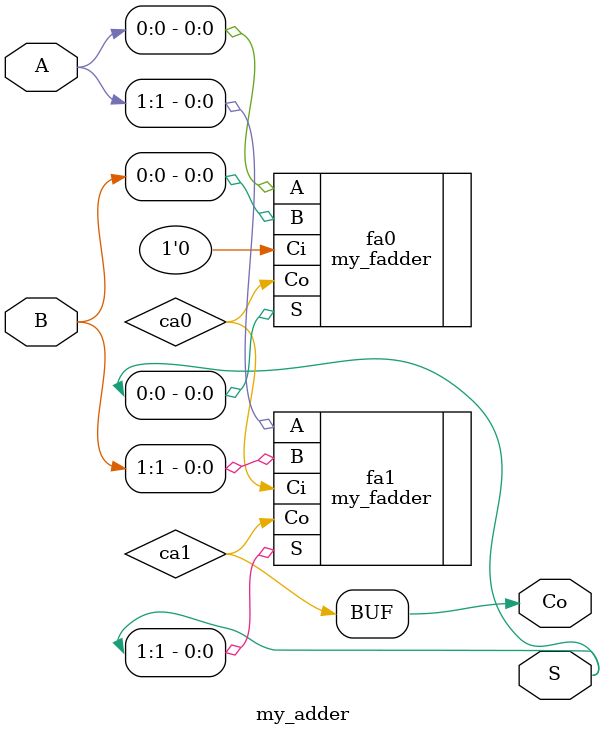
<source format=v>
`timescale 1ns / 1ps


module my_adder(
    input [1:0] A,
    input [1:0] B,
    output [1:0] S,
    output Co
    );
    
     // Wire Declaration
    wire ca0, ca1; // Full-adderÀÇ Carry
    // wire [1:0] ca;
    
    // Instantiation ¹Ø¿¡ Àû¾îµµ °á°ú´Â °°´Ù.
    assign Co = ca1;
    // assign Co = ca[1];
    
    // *** Instantiation ***
    // [ÂüÁ¶ÇÒ Module¸í] [½Äº° Name] ( ÂüÁ¶ÇÒ ModuleÀÇ Æ÷Æ®¿Í ½ÅÈ£ ¿¬°á )
    my_fadder fa0(
    .A(A[0]),
    .B(B[0]),
    .Ci(1'b0), // Ã¹ Full-adderÀÇ Carry-in = 0
    .S(S[0]),
    .Co(ca0) // .Co(ca[0])
    );
    // my_fadder fa0( .A(A[0]), .B(B[0]), .Ci(1'b0), .S(S[0]), .Co(ca0) );
       
    my_fadder fa1(
    .A(A[1]),
    .B(B[1]),
    .Ci(ca0), // Ã¹ Full-adderÀÇ Carry-in = 0
    .S(S[1]),
    .Co(ca1) // .Co(ca[1])
    );    
    // my_fadder fa1( .A(A[1]), .B(B[2]), .Ci(ca0), .S(S[1]), .Co(ca1) );
    
endmodule

</source>
